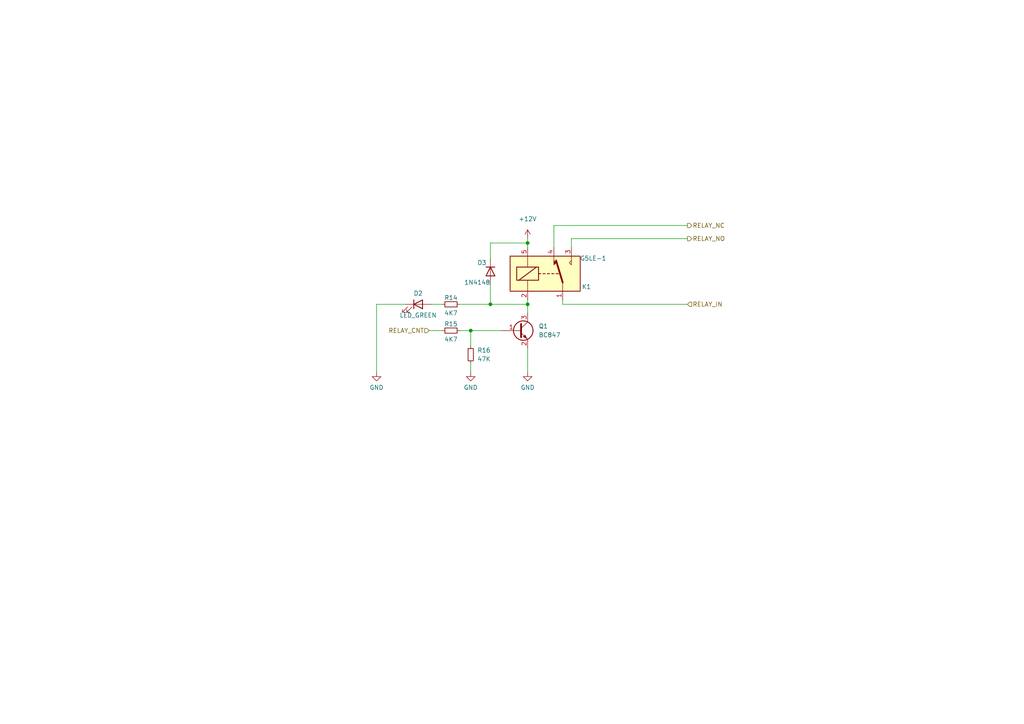
<source format=kicad_sch>
(kicad_sch (version 20211123) (generator eeschema)
  (paper "A4")
  (lib_symbols
    (symbol "Device:LED" (pin_numbers hide) (pin_names (offset 1.016) hide)
      (property "Reference" "D" (at 0 2.54 0))
      (property "Value" "LED" (at 0 -2.54 0))
      (symbol "LED_0_1"
        (polyline (pts (xy -1.27 -1.27) (xy -1.27 1.27)) (stroke (width 0.254)))
        (polyline (pts (xy -1.27 0) (xy 1.27 0)))
        (polyline (pts (xy 1.27 -1.27) (xy 1.27 1.27) (xy -1.27 0) (xy 1.27 -1.27)) (stroke (width 0.254)))
        (polyline (pts (xy -3.048 -0.762) (xy -4.572 -2.286) (xy -3.81 -2.286) (xy -4.572 -2.286) (xy -4.572 -1.524)))
        (polyline (pts (xy -1.778 -0.762) (xy -3.302 -2.286) (xy -2.54 -2.286) (xy -3.302 -2.286) (xy -3.302 -1.524)))
      )
      (symbol "LED_1_1"
        (pin passive line (at -3.81 0 0) (length 2.54) (name "K") (number "1"))
        (pin passive line (at 3.81 0 180) (length 2.54) (name "A") (number "2"))
      )
    )
    (symbol "Device:R_Small" (pin_numbers hide) (pin_names (offset 0.254) hide)
      (property "Reference" "R" (at 0.762 0.508 0))
      (property "Value" "R_Small" (at 0.762 -1.016 0))
      (symbol "R_Small_0_1"
        (rectangle (start -0.762 1.778) (end 0.762 -1.778) (stroke (width 0.2032)))
      )
      (symbol "R_Small_1_1"
        (pin passive line (at 0 2.54 270) (length 0.762) (name "~") (number "1"))
        (pin passive line (at 0 -2.54 90) (length 0.762) (name "~") (number "2"))
      )
    )
    (symbol "Diode:1N4148" (pin_numbers hide) (pin_names (offset 1.016) hide)
      (property "Reference" "D" (at 0 2.54 0))
      (property "Value" "1N4148" (at 0 -2.54 0))
      (symbol "1N4148_0_1"
        (polyline (pts (xy -1.27 1.27) (xy -1.27 -1.27)) (stroke (width 0.254)))
        (polyline (pts (xy 1.27 0) (xy -1.27 0)))
        (polyline (pts (xy 1.27 1.27) (xy 1.27 -1.27) (xy -1.27 0) (xy 1.27 1.27)) (stroke (width 0.254)))
      )
      (symbol "1N4148_1_1"
        (pin passive line (at -3.81 0 0) (length 2.54) (name "K") (number "1"))
        (pin passive line (at 3.81 0 180) (length 2.54) (name "A") (number "2"))
      )
    )
    (symbol "Relay:G5LE-1"
      (property "Reference" "K" (at 11.43 3.81 0))
      (property "Value" "G5LE-1" (at 11.43 1.27 0))
      (symbol "G5LE-1_0_0"
        (polyline (pts (xy 7.62 5.08) (xy 7.62 2.54) (xy 6.985 3.175) (xy 7.62 3.81)))
      )
      (symbol "G5LE-1_0_1"
        (rectangle (start -10.16 5.08) (end 10.16 -5.08) (stroke (width 0.254)) (fill (type background)))
        (rectangle (start -8.255 1.905) (end -1.905 -1.905) (stroke (width 0.254)))
        (polyline (pts (xy -7.62 -1.905) (xy -2.54 1.905)) (stroke (width 0.254)))
        (polyline (pts (xy -5.08 -5.08) (xy -5.08 -1.905)))
        (polyline (pts (xy -5.08 5.08) (xy -5.08 1.905)))
        (polyline (pts (xy -1.905 0) (xy -1.27 0)) (stroke (width 0.254)))
        (polyline (pts (xy -0.635 0) (xy 0 0)) (stroke (width 0.254)))
        (polyline (pts (xy 0.635 0) (xy 1.27 0)) (stroke (width 0.254)))
        (polyline (pts (xy 1.905 0) (xy 2.54 0)) (stroke (width 0.254)))
        (polyline (pts (xy 3.175 0) (xy 3.81 0)) (stroke (width 0.254)))
        (polyline (pts (xy 5.08 -2.54) (xy 3.175 3.81)) (stroke (width 0.508)))
        (polyline (pts (xy 5.08 -2.54) (xy 5.08 -5.08)))
        (polyline (pts (xy 2.54 5.08) (xy 2.54 2.54) (xy 3.175 3.175) (xy 2.54 3.81)) (fill (type outline)))
      )
      (symbol "G5LE-1_1_1"
        (pin passive line (at 5.08 -7.62 90) (length 2.54) (name "~") (number "1"))
        (pin passive line (at -5.08 -7.62 90) (length 2.54) (name "~") (number "2"))
        (pin passive line (at 7.62 7.62 270) (length 2.54) (name "~") (number "3"))
        (pin passive line (at 2.54 7.62 270) (length 2.54) (name "~") (number "4"))
        (pin passive line (at -5.08 7.62 270) (length 2.54) (name "~") (number "5"))
      )
    )
    (symbol "Transistor_BJT:BC847" (pin_names (offset 0) hide)
      (property "Reference" "Q" (at 5.08 1.905 0))
      (property "Value" "BC847" (at 5.08 0 0))
      (symbol "BC847_0_1"
        (polyline (pts (xy 0.635 0.635) (xy 2.54 2.54)))
        (polyline (pts (xy 0.635 -0.635) (xy 2.54 -2.54) (xy 2.54 -2.54)))
        (polyline (pts (xy 0.635 1.905) (xy 0.635 -1.905) (xy 0.635 -1.905)) (stroke (width 0.508)))
        (polyline (pts (xy 1.27 -1.778) (xy 1.778 -1.27) (xy 2.286 -2.286) (xy 1.27 -1.778) (xy 1.27 -1.778)) (fill (type outline)))
        (circle (center 1.27 0) (radius 2.8194) (stroke (width 0.254)))
      )
      (symbol "BC847_1_1"
        (pin input line (at -5.08 0 0) (length 5.715) (name "B") (number "1"))
        (pin passive line (at 2.54 -5.08 90) (length 2.54) (name "E") (number "2"))
        (pin passive line (at 2.54 5.08 270) (length 2.54) (name "C") (number "3"))
      )
    )
    (symbol "power:+12V" (power) (pin_names (offset 0))
      (property "Value" "+12V" (at 0 3.556 0))
      (symbol "+12V_0_1"
        (polyline (pts (xy -0.762 1.27) (xy 0 2.54)))
        (polyline (pts (xy 0 0) (xy 0 2.54)))
        (polyline (pts (xy 0 2.54) (xy 0.762 1.27)))
      )
      (symbol "+12V_1_1"
        (pin power_in line (at 0 0 90) (length 0) hide (name "+12V") (number "1"))
      )
    )
    (symbol "power:GND" (power) (pin_names (offset 0))
      (property "Value" "GND" (at 0 -3.81 0))
      (symbol "GND_0_1"
        (polyline (pts (xy 0 0) (xy 0 -1.27) (xy 1.27 -1.27) (xy 0 -2.54) (xy -1.27 -1.27) (xy 0 -1.27)))
      )
      (symbol "GND_1_1"
        (pin power_in line (at 0 0 270) (length 0) hide (name "GND") (number "1"))
      )
    )
  )
  (junction (at 142.24 88.265))
  (junction (at 136.525 95.885))
  (junction (at 153.035 88.265))
  (junction (at 153.035 70.485))
  (wire (pts (xy 136.525 105.41) (xy 136.525 107.95)))
  (wire (pts (xy 133.35 88.265) (xy 142.24 88.265)))
  (wire (pts (xy 165.735 71.755) (xy 165.735 69.215)))
  (wire (pts (xy 153.035 70.485) (xy 153.035 71.755)))
  (wire (pts (xy 142.24 74.93) (xy 142.24 70.485)))
  (wire (pts (xy 124.46 95.885) (xy 128.27 95.885)))
  (wire (pts (xy 160.655 71.755) (xy 160.655 65.405)))
  (wire (pts (xy 109.22 88.265) (xy 109.22 107.95)))
  (wire (pts (xy 153.035 100.965) (xy 153.035 107.95)))
  (wire (pts (xy 160.655 65.405) (xy 199.39 65.405)))
  (wire (pts (xy 142.24 70.485) (xy 153.035 70.485)))
  (wire (pts (xy 142.24 82.55) (xy 142.24 88.265)))
  (wire (pts (xy 133.35 95.885) (xy 136.525 95.885)))
  (wire (pts (xy 145.415 95.885) (xy 136.525 95.885)))
  (wire (pts (xy 136.525 95.885) (xy 136.525 100.33)))
  (wire (pts (xy 153.035 86.995) (xy 153.035 88.265)))
  (wire (pts (xy 165.735 69.215) (xy 199.39 69.215)))
  (wire (pts (xy 142.24 88.265) (xy 153.035 88.265)))
  (wire (pts (xy 163.195 86.995) (xy 163.195 88.265)))
  (wire (pts (xy 125.095 88.265) (xy 128.27 88.265)))
  (wire (pts (xy 163.195 88.265) (xy 199.39 88.265)))
  (wire (pts (xy 117.475 88.265) (xy 109.22 88.265)))
  (wire (pts (xy 153.035 69.215) (xy 153.035 70.485)))
  (wire (pts (xy 153.035 88.265) (xy 153.035 90.805)))
  (hierarchical_label "RELAY_NO" (shape output) (at 199.39 69.215 0))
  (hierarchical_label "RELAY_NC" (shape output) (at 199.39 65.405 0))
  (hierarchical_label "RELAY_CNT" (shape input) (at 124.46 95.885 180))
  (hierarchical_label "RELAY_IN" (shape input) (at 199.39 88.265 0))
  (symbol (lib_id "power:GND") (at 109.22 107.95 0) (unit 1)
    (property "Reference" "#PWR020" (effects hide))
    (property "Value" "GND" (at 109.22 112.395 0))
  )
  (symbol (lib_id "power:+12V") (at 153.035 69.215 0) (unit 1)
    (property "Reference" "#PWR022" (effects hide))
    (property "Value" "+12V" (at 153.035 63.5 0))
  )
  (symbol (lib_id "Device:R_Small") (at 130.81 95.885 90) (unit 1)
    (property "Reference" "R15" (at 130.81 93.98 90))
    (property "Value" "4K7" (at 130.81 98.425 90))
    (property "Footprint" "Resistor_SMD:R_0603_1608Metric" (effects hide))
  )
  (symbol (lib_id "Relay:G5LE-1") (at 158.115 79.375 0) (unit 1)
    (property "Reference" "K1" (at 171.45 83.185 0) (effects (justify right)))
    (property "Value" "G5LE-1" (at 175.895 74.93 0) (effects (justify right)))
    (property "Footprint" "Relay_THT:Relay_SPDT_Omron-G5LE-1" (effects hide))
    (property "Datasheet" "http://www.omron.com/ecb/products/pdf/en-g5le.pdf" (effects hide))
  )
  (symbol (lib_id "Diode:1N4148") (at 142.24 78.74 270) (unit 1)
    (property "Reference" "D3" (at 138.43 76.2 90) (effects (justify left)))
    (property "Value" "1N4148" (at 134.62 81.915 90) (effects (justify left)))
    (property "Footprint" "Diode_THT:D_DO-35_SOD27_P7.62mm_Horizontal" (effects hide))
    (property "Datasheet" "https://assets.nexperia.com/documents/data-sheet/1N4148_1N4448.pdf" (effects hide))
  )
  (symbol (lib_id "power:GND") (at 153.035 107.95 0) (unit 1)
    (property "Reference" "#PWR023" (effects hide))
    (property "Value" "GND" (at 153.035 112.395 0))
  )
  (symbol (lib_id "Transistor_BJT:BC847") (at 150.495 95.885 0) (unit 1)
    (property "Reference" "Q1" (at 156.21 94.6149 0) (effects (justify left)))
    (property "Value" "BC847" (at 156.21 97.1549 0) (effects (justify left)))
    (property "Footprint" "Package_TO_SOT_SMD:SOT-23" (effects hide))
    (property "Datasheet" "http://www.infineon.com/dgdl/Infineon-BC847SERIES_BC848SERIES_BC849SERIES_BC850SERIES-DS-v01_01-en.pdf?fileId=db3a304314dca389011541d4630a1657" (effects hide))
  )
  (symbol (lib_id "Device:LED") (at 121.285 88.265 0) (unit 1)
    (property "Reference" "D2" (at 121.285 85.09 0))
    (property "Value" "LED_GREEN" (at 121.285 91.44 0))
    (property "Footprint" "LED_SMD:LED_1206_3216Metric" (effects hide))
  )
  (symbol (lib_id "power:GND") (at 136.525 107.95 0) (unit 1)
    (property "Reference" "#PWR021" (effects hide))
    (property "Value" "GND" (at 136.525 112.395 0))
  )
  (symbol (lib_id "Device:R_Small") (at 136.525 102.87 0) (unit 1)
    (property "Reference" "R16" (at 138.43 101.5999 0) (effects (justify left)))
    (property "Value" "47K" (at 138.43 104.1399 0) (effects (justify left)))
    (property "Footprint" "Resistor_SMD:R_0603_1608Metric" (effects hide))
  )
  (symbol (lib_id "Device:R_Small") (at 130.81 88.265 90) (unit 1)
    (property "Reference" "R14" (at 130.81 86.36 90))
    (property "Value" "4K7" (at 130.81 90.805 90))
    (property "Footprint" "Resistor_SMD:R_0603_1608Metric" (effects hide))
  )
)
</source>
